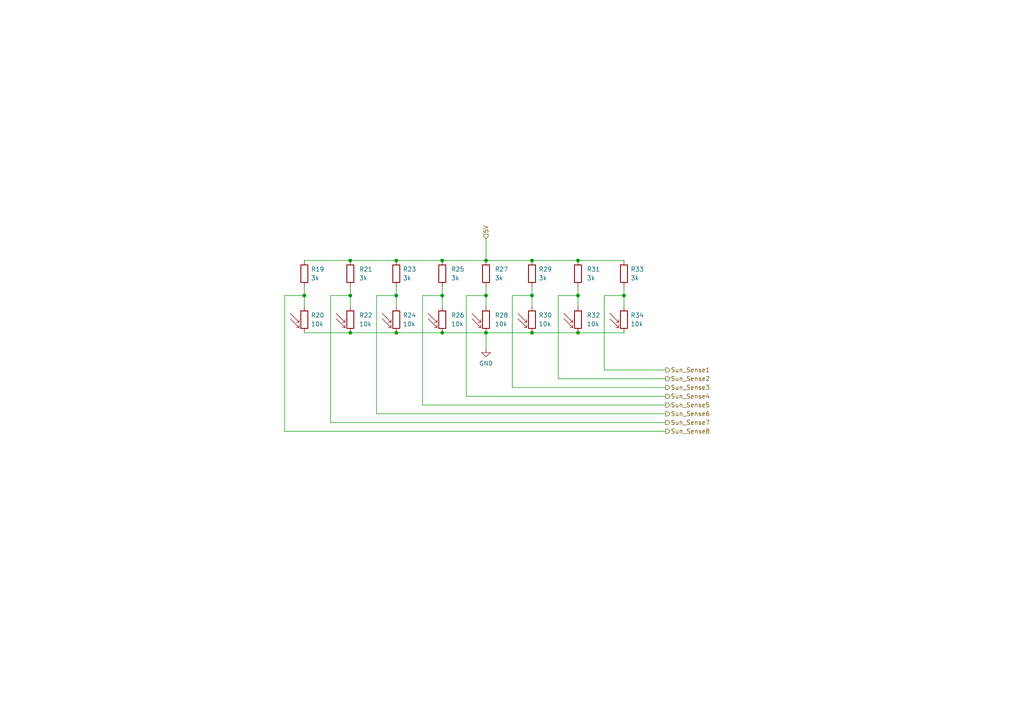
<source format=kicad_sch>
(kicad_sch (version 20230121) (generator eeschema)
  (paper "A4")
  (lib_symbols
    (symbol "Device:R" (pin_numbers hide) (pin_names (offset 0))
      (property "Reference" "R" (at 2.032 0 90))
      (property "Value" "R" (at 0 0 90))
      (symbol "R_0_1"
        (rectangle (start -1.016 -2.54) (end 1.016 2.54) (stroke (width 0.254)))
      )
      (symbol "R_1_1"
        (pin passive line (at 0 3.81 270) (length 1.27) (name "~") (number "1"))
        (pin passive line (at 0 -3.81 90) (length 1.27) (name "~") (number "2"))
      )
    )
    (symbol "Device:R_Photo" (pin_numbers hide) (pin_names (offset 0))
      (property "Reference" "R" (at 1.27 1.27 0))
      (property "Value" "R_Photo" (at 1.27 0 0))
      (symbol "R_Photo_0_1"
        (rectangle (start -1.016 2.54) (end 1.016 -2.54) (stroke (width 0.254)))
        (polyline (pts (xy -1.524 -2.286) (xy -4.064 0.254)))
        (polyline (pts (xy -1.524 -2.286) (xy -2.286 -2.286)))
        (polyline (pts (xy -1.524 -2.286) (xy -1.524 -1.524)))
        (polyline (pts (xy -1.524 -0.762) (xy -4.064 1.778)))
        (polyline (pts (xy -1.524 -0.762) (xy -2.286 -0.762)))
        (polyline (pts (xy -1.524 -0.762) (xy -1.524 0)))
      )
      (symbol "R_Photo_1_1"
        (pin passive line (at 0 3.81 270) (length 1.27) (name "~") (number "1"))
        (pin passive line (at 0 -3.81 90) (length 1.27) (name "~") (number "2"))
      )
    )
    (symbol "power:GND" (power) (pin_names (offset 0))
      (property "Value" "GND" (at 0 -3.81 0))
      (symbol "GND_0_1"
        (polyline (pts (xy 0 0) (xy 0 -1.27) (xy 1.27 -1.27) (xy 0 -2.54) (xy -1.27 -1.27) (xy 0 -1.27)))
      )
      (symbol "GND_1_1"
        (pin power_in line (at 0 0 270) (length 0) hide (name "GND") (number "1"))
      )
    )
  )
  (junction (at 167.64 96.52))
  (junction (at 140.97 96.52))
  (junction (at 114.935 85.725))
  (junction (at 167.64 85.725))
  (junction (at 154.305 96.52))
  (junction (at 180.975 85.725))
  (junction (at 128.27 96.52))
  (junction (at 140.97 75.565))
  (junction (at 114.935 75.565))
  (junction (at 101.6 75.565))
  (junction (at 154.305 85.725))
  (junction (at 114.935 96.52))
  (junction (at 88.265 85.725))
  (junction (at 101.6 85.725))
  (junction (at 128.27 75.565))
  (junction (at 154.305 75.565))
  (junction (at 167.64 75.565))
  (junction (at 101.6 96.52))
  (junction (at 128.27 85.725))
  (junction (at 140.97 85.725))
  (wire (pts (xy 140.97 69.215) (xy 140.97 75.565)))
  (wire (pts (xy 82.55 85.725) (xy 82.55 125.095)))
  (wire (pts (xy 167.64 85.725) (xy 167.64 88.9)))
  (wire (pts (xy 167.64 83.185) (xy 167.64 85.725)))
  (wire (pts (xy 148.59 85.725) (xy 148.59 112.395)))
  (wire (pts (xy 180.975 83.185) (xy 180.975 85.725)))
  (wire (pts (xy 128.27 85.725) (xy 122.555 85.725)))
  (wire (pts (xy 82.55 125.095) (xy 193.04 125.095)))
  (wire (pts (xy 154.305 96.52) (xy 167.64 96.52)))
  (wire (pts (xy 154.305 85.725) (xy 148.59 85.725)))
  (wire (pts (xy 88.265 85.725) (xy 82.55 85.725)))
  (wire (pts (xy 154.305 75.565) (xy 167.64 75.565)))
  (wire (pts (xy 114.935 96.52) (xy 128.27 96.52)))
  (wire (pts (xy 140.97 96.52) (xy 154.305 96.52)))
  (wire (pts (xy 161.925 85.725) (xy 161.925 109.855)))
  (wire (pts (xy 101.6 83.185) (xy 101.6 85.725)))
  (wire (pts (xy 140.97 96.52) (xy 140.97 100.965)))
  (wire (pts (xy 128.27 83.185) (xy 128.27 85.725)))
  (wire (pts (xy 140.97 83.185) (xy 140.97 85.725)))
  (wire (pts (xy 109.22 120.015) (xy 193.04 120.015)))
  (wire (pts (xy 135.255 85.725) (xy 135.255 114.935)))
  (wire (pts (xy 161.925 109.855) (xy 193.04 109.855)))
  (wire (pts (xy 101.6 85.725) (xy 101.6 88.9)))
  (wire (pts (xy 140.97 85.725) (xy 135.255 85.725)))
  (wire (pts (xy 128.27 85.725) (xy 128.27 88.9)))
  (wire (pts (xy 135.255 114.935) (xy 193.04 114.935)))
  (wire (pts (xy 88.265 96.52) (xy 101.6 96.52)))
  (wire (pts (xy 167.64 85.725) (xy 161.925 85.725)))
  (wire (pts (xy 114.935 75.565) (xy 128.27 75.565)))
  (wire (pts (xy 140.97 75.565) (xy 154.305 75.565)))
  (wire (pts (xy 114.935 85.725) (xy 114.935 88.9)))
  (wire (pts (xy 88.265 83.185) (xy 88.265 85.725)))
  (wire (pts (xy 95.885 122.555) (xy 193.04 122.555)))
  (wire (pts (xy 140.97 85.725) (xy 140.97 88.9)))
  (wire (pts (xy 180.975 85.725) (xy 180.975 88.9)))
  (wire (pts (xy 167.64 96.52) (xy 180.975 96.52)))
  (wire (pts (xy 95.885 85.725) (xy 95.885 122.555)))
  (wire (pts (xy 88.265 85.725) (xy 88.265 88.9)))
  (wire (pts (xy 175.26 107.315) (xy 193.04 107.315)))
  (wire (pts (xy 154.305 85.725) (xy 154.305 88.9)))
  (wire (pts (xy 122.555 85.725) (xy 122.555 117.475)))
  (wire (pts (xy 122.555 117.475) (xy 193.04 117.475)))
  (wire (pts (xy 101.6 96.52) (xy 114.935 96.52)))
  (wire (pts (xy 128.27 96.52) (xy 140.97 96.52)))
  (wire (pts (xy 148.59 112.395) (xy 193.04 112.395)))
  (wire (pts (xy 175.26 85.725) (xy 175.26 107.315)))
  (wire (pts (xy 101.6 75.565) (xy 88.265 75.565)))
  (wire (pts (xy 101.6 85.725) (xy 95.885 85.725)))
  (wire (pts (xy 128.27 75.565) (xy 140.97 75.565)))
  (wire (pts (xy 109.22 85.725) (xy 109.22 120.015)))
  (wire (pts (xy 180.975 85.725) (xy 175.26 85.725)))
  (wire (pts (xy 154.305 83.185) (xy 154.305 85.725)))
  (wire (pts (xy 167.64 75.565) (xy 180.975 75.565)))
  (wire (pts (xy 114.935 83.185) (xy 114.935 85.725)))
  (wire (pts (xy 114.935 85.725) (xy 109.22 85.725)))
  (wire (pts (xy 101.6 75.565) (xy 114.935 75.565)))
  (hierarchical_label "Sun_Sense3" (shape output) (at 193.04 112.395 0))
  (hierarchical_label "Sun_Sense2" (shape output) (at 193.04 109.855 0))
  (hierarchical_label "5V" (shape input) (at 140.97 69.215 90))
  (hierarchical_label "Sun_Sense7" (shape output) (at 193.04 122.555 0))
  (hierarchical_label "Sun_Sense4" (shape output) (at 193.04 114.935 0))
  (hierarchical_label "Sun_Sense8" (shape output) (at 193.04 125.095 0))
  (hierarchical_label "Sun_Sense6" (shape output) (at 193.04 120.015 0))
  (hierarchical_label "Sun_Sense1" (shape output) (at 193.04 107.315 0))
  (hierarchical_label "Sun_Sense5" (shape output) (at 193.04 117.475 0))
  (symbol (lib_id "Device:R") (at 154.305 79.375 0) (unit 1)
    (property "Reference" "R29" (at 156.21 78.105 0) (effects (justify left)))
    (property "Value" "3k" (at 156.21 80.645 0) (effects (justify left)))
    (property "Footprint" "Resistor_SMD:R_1206_3216Metric" (effects hide))
  )
  (symbol (lib_id "Device:R") (at 114.935 79.375 0) (unit 1)
    (property "Reference" "R23" (at 116.84 78.105 0) (effects (justify left)))
    (property "Value" "3k" (at 116.84 80.645 0) (effects (justify left)))
    (property "Footprint" "Resistor_SMD:R_1206_3216Metric" (effects hide))
  )
  (symbol (lib_id "Device:R_Photo") (at 128.27 92.71 0) (unit 1)
    (property "Reference" "R26" (at 130.81 91.44 0) (effects (justify left)))
    (property "Value" "10k" (at 130.81 93.98 0) (effects (justify left)))
    (property "Footprint" "Connector_PinSocket_2.54mm:PinSocket_1x02_P2.54mm_Vertical" (effects hide))
  )
  (symbol (lib_id "Device:R_Photo") (at 88.265 92.71 0) (unit 1)
    (property "Reference" "R20" (at 90.17 91.44 0) (effects (justify left)))
    (property "Value" "10k" (at 90.17 93.98 0) (effects (justify left)))
    (property "Footprint" "Connector_PinSocket_2.54mm:PinSocket_1x02_P2.54mm_Vertical" (effects hide))
  )
  (symbol (lib_id "Device:R") (at 167.64 79.375 0) (unit 1)
    (property "Reference" "R31" (at 170.18 78.105 0) (effects (justify left)))
    (property "Value" "3k" (at 170.18 80.645 0) (effects (justify left)))
    (property "Footprint" "Resistor_SMD:R_1206_3216Metric" (effects hide))
  )
  (symbol (lib_id "Device:R_Photo") (at 101.6 92.71 0) (unit 1)
    (property "Reference" "R22" (at 104.14 91.44 0) (effects (justify left)))
    (property "Value" "10k" (at 104.14 93.98 0) (effects (justify left)))
    (property "Footprint" "Connector_PinSocket_2.54mm:PinSocket_1x02_P2.54mm_Vertical" (effects hide))
  )
  (symbol (lib_id "power:GND") (at 140.97 100.965 0) (unit 1)
    (property "Reference" "#PWR021" (effects hide))
    (property "Value" "GND" (at 140.97 105.41 0))
  )
  (symbol (lib_id "Device:R_Photo") (at 180.975 92.71 0) (unit 1)
    (property "Reference" "R34" (at 182.88 91.44 0) (effects (justify left)))
    (property "Value" "10k" (at 182.88 93.98 0) (effects (justify left)))
    (property "Footprint" "Connector_PinSocket_2.54mm:PinSocket_1x02_P2.54mm_Vertical" (effects hide))
  )
  (symbol (lib_id "Device:R") (at 128.27 79.375 0) (unit 1)
    (property "Reference" "R25" (at 130.81 78.105 0) (effects (justify left)))
    (property "Value" "3k" (at 130.81 80.645 0) (effects (justify left)))
    (property "Footprint" "Resistor_SMD:R_1206_3216Metric" (effects hide))
  )
  (symbol (lib_id "Device:R_Photo") (at 114.935 92.71 0) (unit 1)
    (property "Reference" "R24" (at 116.84 91.44 0) (effects (justify left)))
    (property "Value" "10k" (at 116.84 93.98 0) (effects (justify left)))
    (property "Footprint" "Connector_PinSocket_2.54mm:PinSocket_1x02_P2.54mm_Vertical" (effects hide))
  )
  (symbol (lib_id "Device:R") (at 101.6 79.375 0) (unit 1)
    (property "Reference" "R21" (at 104.14 78.105 0) (effects (justify left)))
    (property "Value" "3k" (at 104.14 80.645 0) (effects (justify left)))
    (property "Footprint" "Resistor_SMD:R_1206_3216Metric" (effects hide))
  )
  (symbol (lib_id "Device:R_Photo") (at 167.64 92.71 0) (unit 1)
    (property "Reference" "R32" (at 170.18 91.44 0) (effects (justify left)))
    (property "Value" "10k" (at 170.18 93.98 0) (effects (justify left)))
    (property "Footprint" "Connector_PinSocket_2.54mm:PinSocket_1x02_P2.54mm_Vertical" (effects hide))
  )
  (symbol (lib_id "Device:R_Photo") (at 140.97 92.71 0) (unit 1)
    (property "Reference" "R28" (at 143.51 91.44 0) (effects (justify left)))
    (property "Value" "10k" (at 143.51 93.98 0) (effects (justify left)))
    (property "Footprint" "Connector_PinSocket_2.54mm:PinSocket_1x02_P2.54mm_Vertical" (effects hide))
  )
  (symbol (lib_id "Device:R_Photo") (at 154.305 92.71 0) (unit 1)
    (property "Reference" "R30" (at 156.21 91.44 0) (effects (justify left)))
    (property "Value" "10k" (at 156.21 93.98 0) (effects (justify left)))
    (property "Footprint" "Connector_PinSocket_2.54mm:PinSocket_1x02_P2.54mm_Vertical" (effects hide))
  )
  (symbol (lib_id "Device:R") (at 140.97 79.375 0) (unit 1)
    (property "Reference" "R27" (at 143.51 78.105 0) (effects (justify left)))
    (property "Value" "3k" (at 143.51 80.645 0) (effects (justify left)))
    (property "Footprint" "Resistor_SMD:R_1206_3216Metric" (effects hide))
  )
  (symbol (lib_id "Device:R") (at 180.975 79.375 0) (unit 1)
    (property "Reference" "R33" (at 182.88 78.105 0) (effects (justify left)))
    (property "Value" "3k" (at 182.88 80.645 0) (effects (justify left)))
    (property "Footprint" "Resistor_SMD:R_1206_3216Metric" (effects hide))
  )
  (symbol (lib_id "Device:R") (at 88.265 79.375 0) (unit 1)
    (property "Reference" "R19" (at 90.17 78.105 0) (effects (justify left)))
    (property "Value" "3k" (at 90.17 80.645 0) (effects (justify left)))
    (property "Footprint" "Resistor_SMD:R_1206_3216Metric" (effects hide))
  )
)
</source>
